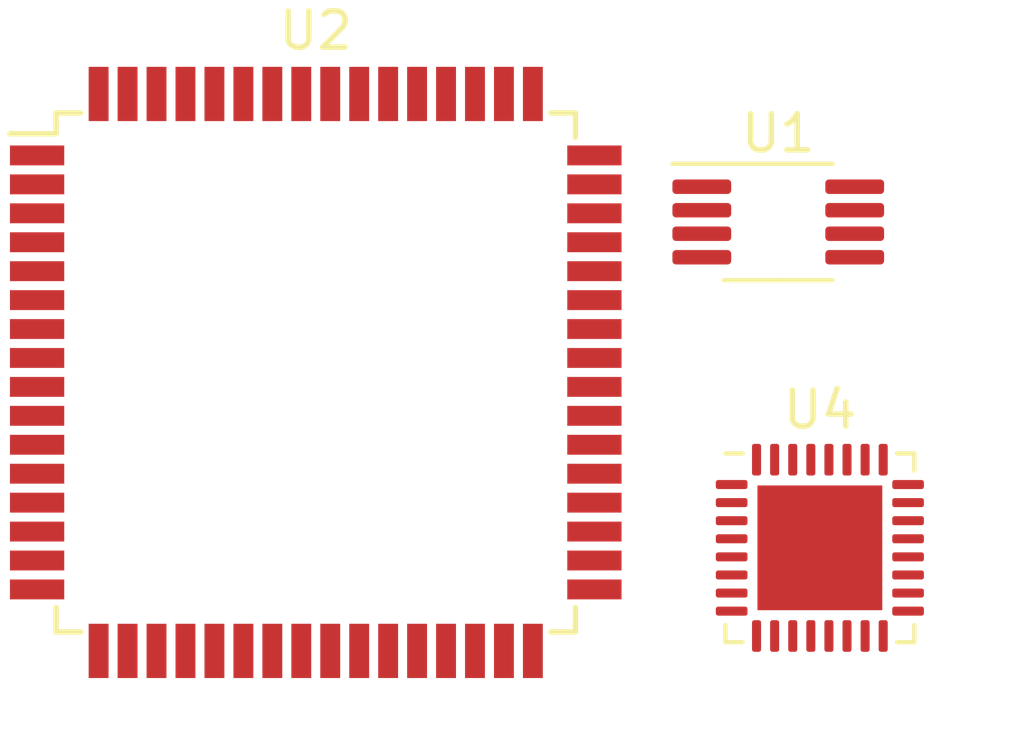
<source format=kicad_pcb>
(kicad_pcb (version 20221018) (generator pcbnew)
  (layers (0 "F.Cu" signal) (31 "B.Cu" signal) (34 "B.Paste" user) (35 "F.Paste" user) (36 "B.SilkS" user "B.Silkscreen") (37 "F.SilkS" user "F.Silkscreen") (38 "B.Mask" user) (39 "F.Mask" user) (44 "Edge.Cuts" user))
  (net 0 "")
  (net 2 "+15V")
  (net 5 "+5V")
  (net 7 "GND")
  (net 22 "Net-(U2-VCC-Pad15)")
  (footprint "Package_QFP:TQFP-64_14x14mm_P0.8mm" (layer "F.Cu") (at 126.92 87.98)
    (fp_text reference "U2" (at 0 -9.45) (layer "F.SilkS"))
    (fp_text value "ATxmega384D3-A")
    (fp_line (start -7.175 -7.175) (end -7.175 -6.6) (stroke (width 0.15)) (layer "F.SilkS"))
    (fp_line (start -7.175 -7.175) (end -6.5 -7.175) (stroke (width 0.15)) (layer "F.SilkS"))
    (fp_line (start -7.175 -6.6) (end -8.45 -6.6) (stroke (width 0.15)) (layer "F.SilkS"))
    (fp_line (start -7.175 7.175) (end -7.175 6.5) (stroke (width 0.15)) (layer "F.SilkS"))
    (fp_line (start -7.175 7.175) (end -6.5 7.175) (stroke (width 0.15)) (layer "F.SilkS"))
    (fp_line (start 7.175 -7.175) (end 6.5 -7.175) (stroke (width 0.15)) (layer "F.SilkS"))
    (fp_line (start 7.175 -7.175) (end 7.175 -6.5) (stroke (width 0.15)) (layer "F.SilkS"))
    (fp_line (start 7.175 7.175) (end 6.5 7.175) (stroke (width 0.15)) (layer "F.SilkS"))
    (fp_line (start 7.175 7.175) (end 7.175 6.5) (stroke (width 0.15)) (layer "F.SilkS"))
    (pad "1" smd rect (at -7.7 -6) (size 1.5 0.55) (layers "F.Cu" "F.Paste" "F.Mask"))
    (pad "2" smd rect (at -7.7 -5.2) (size 1.5 0.55) (layers "F.Cu" "F.Paste" "F.Mask"))
    (pad "3" smd rect (at -7.7 -4.4) (size 1.5 0.55) (layers "F.Cu" "F.Paste" "F.Mask"))
    (pad "4" smd rect (at -7.7 -3.6) (size 1.5 0.55) (layers "F.Cu" "F.Paste" "F.Mask"))
    (pad "5" smd rect (at -7.7 -2.8) (size 1.5 0.55) (layers "F.Cu" "F.Paste" "F.Mask"))
    (pad "6" smd rect (at -7.7 -2) (size 1.5 0.55) (layers "F.Cu" "F.Paste" "F.Mask"))
    (pad "7" smd rect (at -7.7 -1.2) (size 1.5 0.55) (layers "F.Cu" "F.Paste" "F.Mask"))
    (pad "8" smd rect (at -7.7 -0.4) (size 1.5 0.55) (layers "F.Cu" "F.Paste" "F.Mask"))
    (pad "9" smd rect (at -7.7 0.4) (size 1.5 0.55) (layers "F.Cu" "F.Paste" "F.Mask"))
    (pad "10" smd rect (at -7.7 1.2) (size 1.5 0.55) (layers "F.Cu" "F.Paste" "F.Mask"))
    (pad "11" smd rect (at -7.7 2) (size 1.5 0.55) (layers "F.Cu" "F.Paste" "F.Mask"))
    (pad "12" smd rect (at -7.7 2.8) (size 1.5 0.55) (layers "F.Cu" "F.Paste" "F.Mask"))
    (pad "13" smd rect (at -7.7 3.6) (size 1.5 0.55) (layers "F.Cu" "F.Paste" "F.Mask"))
    (pad "14" smd rect (at -7.7 4.4) (size 1.5 0.55) (layers "F.Cu" "F.Paste" "F.Mask") (net 7 "GND"))
    (pad "15" smd rect (at -7.7 5.2) (size 1.5 0.55) (layers "F.Cu" "F.Paste" "F.Mask") (net 22 "Net-(U2-VCC-Pad15)"))
    (pad "16" smd rect (at -7.7 6) (size 1.5 0.55) (layers "F.Cu" "F.Paste" "F.Mask"))
    (pad "17" smd rect (at -6 7.7 90) (size 1.5 0.55) (layers "F.Cu" "F.Paste" "F.Mask"))
    (pad "18" smd rect (at -5.2 7.7 90) (size 1.5 0.55) (layers "F.Cu" "F.Paste" "F.Mask"))
    (pad "19" smd rect (at -4.4 7.7 90) (size 1.5 0.55) (layers "F.Cu" "F.Paste" "F.Mask"))
    (pad "20" smd rect (at -3.6 7.7 90) (size 1.5 0.55) (layers "F.Cu" "F.Paste" "F.Mask"))
    (pad "21" smd rect (at -2.8 7.7 90) (size 1.5 0.55) (layers "F.Cu" "F.Paste" "F.Mask"))
    (pad "22" smd rect (at -2 7.7 90) (size 1.5 0.55) (layers "F.Cu" "F.Paste" "F.Mask"))
    (pad "23" smd rect (at -1.2 7.7 90) (size 1.5 0.55) (layers "F.Cu" "F.Paste" "F.Mask"))
    (pad "24" smd rect (at -0.4 7.7 90) (size 1.5 0.55) (layers "F.Cu" "F.Paste" "F.Mask") (net 7 "GND"))
    (pad "25" smd rect (at 0.4 7.7 90) (size 1.5 0.55) (layers "F.Cu" "F.Paste" "F.Mask") (net 22 "Net-(U2-VCC-Pad15)"))
    (pad "26" smd rect (at 1.2 7.7 90) (size 1.5 0.55) (layers "F.Cu" "F.Paste" "F.Mask"))
    (pad "27" smd rect (at 2 7.7 90) (size 1.5 0.55) (layers "F.Cu" "F.Paste" "F.Mask"))
    (pad "28" smd rect (at 2.8 7.7 90) (size 1.5 0.55) (layers "F.Cu" "F.Paste" "F.Mask"))
    (pad "29" smd rect (at 3.6 7.7 90) (size 1.5 0.55) (layers "F.Cu" "F.Paste" "F.Mask"))
    (pad "30" smd rect (at 4.4 7.7 90) (size 1.5 0.55) (layers "F.Cu" "F.Paste" "F.Mask"))
    (pad "31" smd rect (at 5.2 7.7 90) (size 1.5 0.55) (layers "F.Cu" "F.Paste" "F.Mask"))
    (pad "32" smd rect (at 6 7.7 90) (size 1.5 0.55) (layers "F.Cu" "F.Paste" "F.Mask"))
    (pad "33" smd rect (at 7.7 6) (size 1.5 0.55) (layers "F.Cu" "F.Paste" "F.Mask"))
    (pad "34" smd rect (at 7.7 5.2) (size 1.5 0.55) (layers "F.Cu" "F.Paste" "F.Mask") (net 7 "GND"))
    (pad "35" smd rect (at 7.7 4.4) (size 1.5 0.55) (layers "F.Cu" "F.Paste" "F.Mask") (net 22 "Net-(U2-VCC-Pad15)"))
    (pad "36" smd rect (at 7.7 3.6) (size 1.5 0.55) (layers "F.Cu" "F.Paste" "F.Mask"))
    (pad "37" smd rect (at 7.7 2.8) (size 1.5 0.55) (layers "F.Cu" "F.Paste" "F.Mask"))
    (pad "38" smd rect (at 7.7 2) (size 1.5 0.55) (layers "F.Cu" "F.Paste" "F.Mask"))
    (pad "39" smd rect (at 7.7 1.2) (size 1.5 0.55) (layers "F.Cu" "F.Paste" "F.Mask"))
    (pad "40" smd rect (at 7.7 0.4) (size 1.5 0.55) (layers "F.Cu" "F.Paste" "F.Mask"))
    (pad "41" smd rect (at 7.7 -0.4) (size 1.5 0.55) (layers "F.Cu" "F.Paste" "F.Mask"))
    (pad "42" smd rect (at 7.7 -1.2) (size 1.5 0.55) (layers "F.Cu" "F.Paste" "F.Mask"))
    (pad "43" smd rect (at 7.7 -2) (size 1.5 0.55) (layers "F.Cu" "F.Paste" "F.Mask"))
    (pad "44" smd rect (at 7.7 -2.8) (size 1.5 0.55) (layers "F.Cu" "F.Paste" "F.Mask") (net 7 "GND"))
    (pad "45" smd rect (at 7.7 -3.6) (size 1.5 0.55) (layers "F.Cu" "F.Paste" "F.Mask") (net 22 "Net-(U2-VCC-Pad15)"))
    (pad "46" smd rect (at 7.7 -4.4) (size 1.5 0.55) (layers "F.Cu" "F.Paste" "F.Mask"))
    (pad "47" smd rect (at 7.7 -5.2) (size 1.5 0.55) (layers "F.Cu" "F.Paste" "F.Mask"))
    (pad "48" smd rect (at 7.7 -6) (size 1.5 0.55) (layers "F.Cu" "F.Paste" "F.Mask"))
    (pad "49" smd rect (at 6 -7.7 90) (size 1.5 0.55) (layers "F.Cu" "F.Paste" "F.Mask"))
    (pad "50" smd rect (at 5.2 -7.7 90) (size 1.5 0.55) (layers "F.Cu" "F.Paste" "F.Mask"))
    (pad "51" smd rect (at 4.4 -7.7 90) (size 1.5 0.55) (layers "F.Cu" "F.Paste" "F.Mask"))
    (pad "52" smd rect (at 3.6 -7.7 90) (size 1.5 0.55) (layers "F.Cu" "F.Paste" "F.Mask") (net 7 "GND"))
    (pad "53" smd rect (at 2.8 -7.7 90) (size 1.5 0.55) (layers "F.Cu" "F.Paste" "F.Mask") (net 22 "Net-(U2-VCC-Pad15)"))
    (pad "54" smd rect (at 2 -7.7 90) (size 1.5 0.55) (layers "F.Cu" "F.Paste" "F.Mask"))
    (pad "55" smd rect (at 1.2 -7.7 90) (size 1.5 0.55) (layers "F.Cu" "F.Paste" "F.Mask"))
    (pad "56" smd rect (at 0.4 -7.7 90) (size 1.5 0.55) (layers "F.Cu" "F.Paste" "F.Mask"))
    (pad "57" smd rect (at -0.4 -7.7 90) (size 1.5 0.55) (layers "F.Cu" "F.Paste" "F.Mask"))
    (pad "58" smd rect (at -1.2 -7.7 90) (size 1.5 0.55) (layers "F.Cu" "F.Paste" "F.Mask"))
    (pad "59" smd rect (at -2 -7.7 90) (size 1.5 0.55) (layers "F.Cu" "F.Paste" "F.Mask"))
    (pad "60" smd rect (at -2.8 -7.7 90) (size 1.5 0.55) (layers "F.Cu" "F.Paste" "F.Mask") (net 7 "GND"))
    (pad "61" smd rect (at -3.6 -7.7 90) (size 1.5 0.55) (layers "F.Cu" "F.Paste" "F.Mask"))
    (pad "62" smd rect (at -4.4 -7.7 90) (size 1.5 0.55) (layers "F.Cu" "F.Paste" "F.Mask"))
    (pad "63" smd rect (at -5.2 -7.7 90) (size 1.5 0.55) (layers "F.Cu" "F.Paste" "F.Mask"))
    (pad "64" smd rect (at -6 -7.7 90) (size 1.5 0.55) (layers "F.Cu" "F.Paste" "F.Mask"))
  )
  (footprint "Package_SO:MSOP-8_3x3mm_P0.65mm" (layer "F.Cu") (at 139.7 83.82)
    (fp_text reference "U1" (at 0 -2.45) (layer "F.SilkS"))
    (fp_text value "ADC081C021CIMM")
    (fp_line (start 0 -1.61) (end -2.925 -1.61) (stroke (width 0.12)) (layer "F.SilkS"))
    (fp_line (start 0 -1.61) (end 1.5 -1.61) (stroke (width 0.12)) (layer "F.SilkS"))
    (fp_line (start 0 1.61) (end -1.5 1.61) (stroke (width 0.12)) (layer "F.SilkS"))
    (fp_line (start 0 1.61) (end 1.5 1.61) (stroke (width 0.12)) (layer "F.SilkS"))
    (pad "1" smd roundrect (at -2.1125 -0.975) (size 1.625 0.4) (layers "F.Cu" "F.Paste" "F.Mask"))
    (pad "2" smd roundrect (at -2.1125 -0.325) (size 1.625 0.4) (layers "F.Cu" "F.Paste" "F.Mask") (net 2 "+15V"))
    (pad "3" smd roundrect (at -2.1125 0.325) (size 1.625 0.4) (layers "F.Cu" "F.Paste" "F.Mask"))
    (pad "4" smd roundrect (at -2.1125 0.975) (size 1.625 0.4) (layers "F.Cu" "F.Paste" "F.Mask"))
    (pad "5" smd roundrect (at 2.1125 0.975) (size 1.625 0.4) (layers "F.Cu" "F.Paste" "F.Mask") (net 5 "+5V"))
    (pad "6" smd roundrect (at 2.1125 0.325) (size 1.625 0.4) (layers "F.Cu" "F.Paste" "F.Mask"))
    (pad "7" smd roundrect (at 2.1125 -0.325) (size 1.625 0.4) (layers "F.Cu" "F.Paste" "F.Mask") (net 7 "GND"))
    (pad "8" smd roundrect (at 2.1125 -0.975) (size 1.625 0.4) (layers "F.Cu" "F.Paste" "F.Mask"))
  )
  (footprint "Package_DFN_QFN:QFN-32-1EP_5x5mm_P0.5mm_EP3.45x3.45mm" (layer "F.Cu") (at 140.85 92.83)
    (fp_text reference "U4" (at 0 -3.82) (layer "F.SilkS"))
    (fp_text value "ESP8266EX")
    (fp_line (start -2.61 2.61) (end -2.61 2.135) (stroke (width 0.12)) (layer "F.SilkS"))
    (fp_line (start -2.135 -2.61) (end -2.61 -2.61) (stroke (width 0.12)) (layer "F.SilkS"))
    (fp_line (start -2.135 2.61) (end -2.61 2.61) (stroke (width 0.12)) (layer "F.SilkS"))
    (fp_line (start 2.135 -2.61) (end 2.61 -2.61) (stroke (width 0.12)) (layer "F.SilkS"))
    (fp_line (start 2.135 2.61) (end 2.61 2.61) (stroke (width 0.12)) (layer "F.SilkS"))
    (fp_line (start 2.61 -2.61) (end 2.61 -2.135) (stroke (width 0.12)) (layer "F.SilkS"))
    (fp_line (start 2.61 2.61) (end 2.61 2.135) (stroke (width 0.12)) (layer "F.SilkS"))
    (pad "1" smd roundrect (at -2.4375 -1.75) (size 0.875 0.25) (layers "F.Cu" "F.Paste" "F.Mask"))
    (pad "2" smd roundrect (at -2.4375 -1.25) (size 0.875 0.25) (layers "F.Cu" "F.Paste" "F.Mask"))
    (pad "3" smd roundrect (at -2.4375 -0.75) (size 0.875 0.25) (layers "F.Cu" "F.Paste" "F.Mask"))
    (pad "4" smd roundrect (at -2.4375 -0.25) (size 0.875 0.25) (layers "F.Cu" "F.Paste" "F.Mask"))
    (pad "5" smd roundrect (at -2.4375 0.25) (size 0.875 0.25) (layers "F.Cu" "F.Paste" "F.Mask"))
    (pad "6" smd roundrect (at -2.4375 0.75) (size 0.875 0.25) (layers "F.Cu" "F.Paste" "F.Mask"))
    (pad "7" smd roundrect (at -2.4375 1.25) (size 0.875 0.25) (layers "F.Cu" "F.Paste" "F.Mask"))
    (pad "8" smd roundrect (at -2.4375 1.75) (size 0.875 0.25) (layers "F.Cu" "F.Paste" "F.Mask"))
    (pad "9" smd roundrect (at -1.75 2.4375) (size 0.25 0.875) (layers "F.Cu" "F.Paste" "F.Mask"))
    (pad "10" smd roundrect (at -1.25 2.4375) (size 0.25 0.875) (layers "F.Cu" "F.Paste" "F.Mask"))
    (pad "11" smd roundrect (at -0.75 2.4375) (size 0.25 0.875) (layers "F.Cu" "F.Paste" "F.Mask"))
    (pad "12" smd roundrect (at -0.25 2.4375) (size 0.25 0.875) (layers "F.Cu" "F.Paste" "F.Mask"))
    (pad "13" smd roundrect (at 0.25 2.4375) (size 0.25 0.875) (layers "F.Cu" "F.Paste" "F.Mask"))
    (pad "14" smd roundrect (at 0.75 2.4375) (size 0.25 0.875) (layers "F.Cu" "F.Paste" "F.Mask"))
    (pad "15" smd roundrect (at 1.25 2.4375) (size 0.25 0.875) (layers "F.Cu" "F.Paste" "F.Mask"))
    (pad "16" smd roundrect (at 1.75 2.4375) (size 0.25 0.875) (layers "F.Cu" "F.Paste" "F.Mask"))
    (pad "17" smd roundrect (at 2.4375 1.75) (size 0.875 0.25) (layers "F.Cu" "F.Paste" "F.Mask"))
    (pad "18" smd roundrect (at 2.4375 1.25) (size 0.875 0.25) (layers "F.Cu" "F.Paste" "F.Mask"))
    (pad "19" smd roundrect (at 2.4375 0.75) (size 0.875 0.25) (layers "F.Cu" "F.Paste" "F.Mask"))
    (pad "20" smd roundrect (at 2.4375 0.25) (size 0.875 0.25) (layers "F.Cu" "F.Paste" "F.Mask"))
    (pad "21" smd roundrect (at 2.4375 -0.25) (size 0.875 0.25) (layers "F.Cu" "F.Paste" "F.Mask"))
    (pad "22" smd roundrect (at 2.4375 -0.75) (size 0.875 0.25) (layers "F.Cu" "F.Paste" "F.Mask"))
    (pad "23" smd roundrect (at 2.4375 -1.25) (size 0.875 0.25) (layers "F.Cu" "F.Paste" "F.Mask"))
    (pad "24" smd roundrect (at 2.4375 -1.75) (size 0.875 0.25) (layers "F.Cu" "F.Paste" "F.Mask"))
    (pad "25" smd roundrect (at 1.75 -2.4375) (size 0.25 0.875) (layers "F.Cu" "F.Paste" "F.Mask"))
    (pad "26" smd roundrect (at 1.25 -2.4375) (size 0.25 0.875) (layers "F.Cu" "F.Paste" "F.Mask"))
    (pad "27" smd roundrect (at 0.75 -2.4375) (size 0.25 0.875) (layers "F.Cu" "F.Paste" "F.Mask"))
    (pad "28" smd roundrect (at 0.25 -2.4375) (size 0.25 0.875) (layers "F.Cu" "F.Paste" "F.Mask"))
    (pad "29" smd roundrect (at -0.25 -2.4375) (size 0.25 0.875) (layers "F.Cu" "F.Paste" "F.Mask"))
    (pad "30" smd roundrect (at -0.75 -2.4375) (size 0.25 0.875) (layers "F.Cu" "F.Paste" "F.Mask"))
    (pad "31" smd roundrect (at -1.25 -2.4375) (size 0.25 0.875) (layers "F.Cu" "F.Paste" "F.Mask"))
    (pad "32" smd roundrect (at -1.75 -2.4375) (size 0.25 0.875) (layers "F.Cu" "F.Paste" "F.Mask"))
    (pad "33" smd rect (at 0 0) (size 3.45 3.45) (layers "F.Cu" "F.Mask"))
  )
)
</source>
